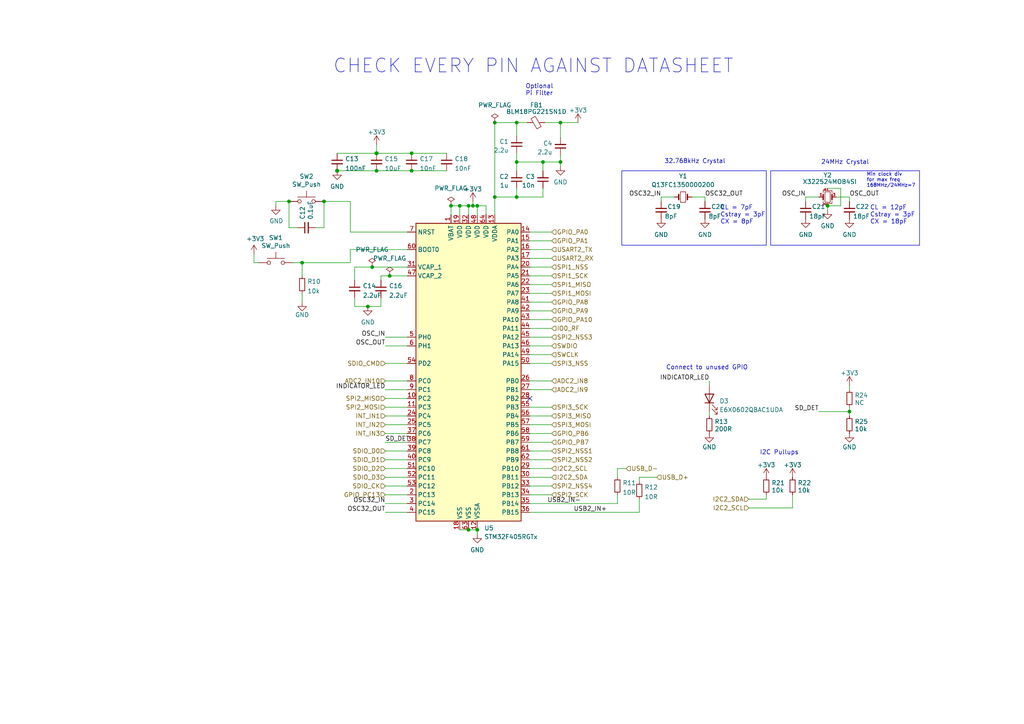
<source format=kicad_sch>
(kicad_sch (version 20230121) (generator eeschema)
  (paper "A4")
  (lib_symbols
    (symbol "Device:C_Small" (pin_numbers hide) (pin_names (offset 0.254) hide)
      (property "Reference" "C" (at 0.254 1.778 0))
      (property "Value" "C_Small" (at 0.254 -2.032 0))
      (symbol "C_Small_0_1"
        (polyline (pts (xy -1.524 -0.508) (xy 1.524 -0.508)) (stroke (width 0.3302)))
        (polyline (pts (xy -1.524 0.508) (xy 1.524 0.508)) (stroke (width 0.3048)))
      )
      (symbol "C_Small_1_1"
        (pin passive line (at 0 2.54 270) (length 2.032) (name "~") (number "1"))
        (pin passive line (at 0 -2.54 90) (length 2.032) (name "~") (number "2"))
      )
    )
    (symbol "Device:Crystal_GND24_Small" (pin_names (offset 1.016) hide)
      (property "Reference" "Y" (at 1.27 4.445 0))
      (property "Value" "Crystal_GND24_Small" (at 1.27 2.54 0))
      (symbol "Crystal_GND24_Small_0_1"
        (rectangle (start -0.762 -1.524) (end 0.762 1.524))
        (polyline (pts (xy -1.27 -0.762) (xy -1.27 0.762)) (stroke (width 0.381)))
        (polyline (pts (xy 1.27 -0.762) (xy 1.27 0.762)) (stroke (width 0.381)))
        (polyline (pts (xy -1.27 -1.27) (xy -1.27 -1.905) (xy 1.27 -1.905) (xy 1.27 -1.27)))
        (polyline (pts (xy -1.27 1.27) (xy -1.27 1.905) (xy 1.27 1.905) (xy 1.27 1.27)))
      )
      (symbol "Crystal_GND24_Small_1_1"
        (pin passive line (at -2.54 0 0) (length 1.27) (name "1") (number "1"))
        (pin passive line (at 0 -2.54 90) (length 0.635) (name "2") (number "2"))
        (pin passive line (at 2.54 0 180) (length 1.27) (name "3") (number "3"))
        (pin passive line (at 0 2.54 270) (length 0.635) (name "4") (number "4"))
      )
    )
    (symbol "Device:Crystal_Small" (pin_numbers hide) (pin_names (offset 1.016) hide)
      (property "Reference" "Y" (at 0 2.54 0))
      (property "Value" "Crystal_Small" (at 0 -2.54 0))
      (symbol "Crystal_Small_0_1"
        (rectangle (start -0.762 -1.524) (end 0.762 1.524))
        (polyline (pts (xy -1.27 -0.762) (xy -1.27 0.762)) (stroke (width 0.381)))
        (polyline (pts (xy 1.27 -0.762) (xy 1.27 0.762)) (stroke (width 0.381)))
      )
      (symbol "Crystal_Small_1_1"
        (pin passive line (at -2.54 0 0) (length 1.27) (name "1") (number "1"))
        (pin passive line (at 2.54 0 180) (length 1.27) (name "2") (number "2"))
      )
    )
    (symbol "Device:FerriteBead_Small" (pin_numbers hide) (pin_names (offset 0))
      (property "Reference" "FB" (at 1.905 1.27 0))
      (property "Value" "FerriteBead_Small" (at 1.905 -1.27 0))
      (symbol "FerriteBead_Small_0_1"
        (polyline (pts (xy 0 -1.27) (xy 0 -0.7874)))
        (polyline (pts (xy 0 0.889) (xy 0 1.2954)))
        (polyline (pts (xy -1.8288 0.2794) (xy -1.1176 1.4986) (xy 1.8288 -0.2032) (xy 1.1176 -1.4224) (xy -1.8288 0.2794)))
      )
      (symbol "FerriteBead_Small_1_1"
        (pin passive line (at 0 2.54 270) (length 1.27) (name "~") (number "1"))
        (pin passive line (at 0 -2.54 90) (length 1.27) (name "~") (number "2"))
      )
    )
    (symbol "Device:LED" (pin_numbers hide) (pin_names (offset 1.016) hide)
      (property "Reference" "D" (at 0 2.54 0))
      (property "Value" "LED" (at 0 -2.54 0))
      (symbol "LED_0_1"
        (polyline (pts (xy -1.27 -1.27) (xy -1.27 1.27)) (stroke (width 0.254)))
        (polyline (pts (xy -1.27 0) (xy 1.27 0)))
        (polyline (pts (xy 1.27 -1.27) (xy 1.27 1.27) (xy -1.27 0) (xy 1.27 -1.27)) (stroke (width 0.254)))
        (polyline (pts (xy -3.048 -0.762) (xy -4.572 -2.286) (xy -3.81 -2.286) (xy -4.572 -2.286) (xy -4.572 -1.524)))
        (polyline (pts (xy -1.778 -0.762) (xy -3.302 -2.286) (xy -2.54 -2.286) (xy -3.302 -2.286) (xy -3.302 -1.524)))
      )
      (symbol "LED_1_1"
        (pin passive line (at -3.81 0 0) (length 2.54) (name "K") (number "1"))
        (pin passive line (at 3.81 0 180) (length 2.54) (name "A") (number "2"))
      )
    )
    (symbol "Device:R_Small" (pin_numbers hide) (pin_names (offset 0.254) hide)
      (property "Reference" "R" (at 0.762 0.508 0))
      (property "Value" "R_Small" (at 0.762 -1.016 0))
      (symbol "R_Small_0_1"
        (rectangle (start -0.762 1.778) (end 0.762 -1.778) (stroke (width 0.2032)))
      )
      (symbol "R_Small_1_1"
        (pin passive line (at 0 2.54 270) (length 0.762) (name "~") (number "1"))
        (pin passive line (at 0 -2.54 90) (length 0.762) (name "~") (number "2"))
      )
    )
    (symbol "MCU_ST_STM32F4:STM32F405RGTx"
      (property "Reference" "U" (at -15.24 44.45 0))
      (property "Value" "STM32F405RGTx" (at 10.16 44.45 0))
      (symbol "STM32F405RGTx_0_1"
        (rectangle (start -15.24 -43.18) (end 15.24 43.18) (stroke (width 0.254)) (fill (type background)))
      )
      (symbol "STM32F405RGTx_1_1"
        (pin power_in line (at -5.08 45.72 270) (length 2.54) (name "VBAT") (number "1"))
        (pin bidirectional line (at -17.78 -7.62 0) (length 2.54) (name "PC2") (number "10"))
        (pin bidirectional line (at -17.78 -10.16 0) (length 2.54) (name "PC3") (number "11"))
        (pin power_in line (at 2.54 -45.72 90) (length 2.54) (name "VSSA") (number "12"))
        (pin power_in line (at 7.62 45.72 270) (length 2.54) (name "VDDA") (number "13"))
        (pin bidirectional line (at 17.78 40.64 180) (length 2.54) (name "PA0") (number "14"))
        (pin bidirectional line (at 17.78 38.1 180) (length 2.54) (name "PA1") (number "15"))
        (pin bidirectional line (at 17.78 35.56 180) (length 2.54) (name "PA2") (number "16"))
        (pin bidirectional line (at 17.78 33.02 180) (length 2.54) (name "PA3") (number "17"))
        (pin power_in line (at -2.54 -45.72 90) (length 2.54) (name "VSS") (number "18"))
        (pin power_in line (at -2.54 45.72 270) (length 2.54) (name "VDD") (number "19"))
        (pin bidirectional line (at -17.78 -35.56 0) (length 2.54) (name "PC13") (number "2"))
        (pin bidirectional line (at 17.78 30.48 180) (length 2.54) (name "PA4") (number "20"))
        (pin bidirectional line (at 17.78 27.94 180) (length 2.54) (name "PA5") (number "21"))
        (pin bidirectional line (at 17.78 25.4 180) (length 2.54) (name "PA6") (number "22"))
        (pin bidirectional line (at 17.78 22.86 180) (length 2.54) (name "PA7") (number "23"))
        (pin bidirectional line (at -17.78 -12.7 0) (length 2.54) (name "PC4") (number "24"))
        (pin bidirectional line (at -17.78 -15.24 0) (length 2.54) (name "PC5") (number "25"))
        (pin bidirectional line (at 17.78 -2.54 180) (length 2.54) (name "PB0") (number "26"))
        (pin bidirectional line (at 17.78 -5.08 180) (length 2.54) (name "PB1") (number "27"))
        (pin bidirectional line (at 17.78 -7.62 180) (length 2.54) (name "PB2") (number "28"))
        (pin bidirectional line (at 17.78 -27.94 180) (length 2.54) (name "PB10") (number "29"))
        (pin bidirectional line (at -17.78 -38.1 0) (length 2.54) (name "PC14") (number "3"))
        (pin bidirectional line (at 17.78 -30.48 180) (length 2.54) (name "PB11") (number "30"))
        (pin power_in line (at -17.78 30.48 0) (length 2.54) (name "VCAP_1") (number "31"))
        (pin power_in line (at 0 45.72 270) (length 2.54) (name "VDD") (number "32"))
        (pin bidirectional line (at 17.78 -33.02 180) (length 2.54) (name "PB12") (number "33"))
        (pin bidirectional line (at 17.78 -35.56 180) (length 2.54) (name "PB13") (number "34"))
        (pin bidirectional line (at 17.78 -38.1 180) (length 2.54) (name "PB14") (number "35"))
        (pin bidirectional line (at 17.78 -40.64 180) (length 2.54) (name "PB15") (number "36"))
        (pin bidirectional line (at -17.78 -17.78 0) (length 2.54) (name "PC6") (number "37"))
        (pin bidirectional line (at -17.78 -20.32 0) (length 2.54) (name "PC7") (number "38"))
        (pin bidirectional line (at -17.78 -22.86 0) (length 2.54) (name "PC8") (number "39"))
        (pin bidirectional line (at -17.78 -40.64 0) (length 2.54) (name "PC15") (number "4"))
        (pin bidirectional line (at -17.78 -25.4 0) (length 2.54) (name "PC9") (number "40"))
        (pin bidirectional line (at 17.78 20.32 180) (length 2.54) (name "PA8") (number "41"))
        (pin bidirectional line (at 17.78 17.78 180) (length 2.54) (name "PA9") (number "42"))
        (pin bidirectional line (at 17.78 15.24 180) (length 2.54) (name "PA10") (number "43"))
        (pin bidirectional line (at 17.78 12.7 180) (length 2.54) (name "PA11") (number "44"))
        (pin bidirectional line (at 17.78 10.16 180) (length 2.54) (name "PA12") (number "45"))
        (pin bidirectional line (at 17.78 7.62 180) (length 2.54) (name "PA13") (number "46"))
        (pin power_in line (at -17.78 27.94 0) (length 2.54) (name "VCAP_2") (number "47"))
        (pin power_in line (at 2.54 45.72 270) (length 2.54) (name "VDD") (number "48"))
        (pin bidirectional line (at 17.78 5.08 180) (length 2.54) (name "PA14") (number "49"))
        (pin input line (at -17.78 10.16 0) (length 2.54) (name "PH0") (number "5"))
        (pin bidirectional line (at 17.78 2.54 180) (length 2.54) (name "PA15") (number "50"))
        (pin bidirectional line (at -17.78 -27.94 0) (length 2.54) (name "PC10") (number "51"))
        (pin bidirectional line (at -17.78 -30.48 0) (length 2.54) (name "PC11") (number "52"))
        (pin bidirectional line (at -17.78 -33.02 0) (length 2.54) (name "PC12") (number "53"))
        (pin bidirectional line (at -17.78 2.54 0) (length 2.54) (name "PD2") (number "54"))
        (pin bidirectional line (at 17.78 -10.16 180) (length 2.54) (name "PB3") (number "55"))
        (pin bidirectional line (at 17.78 -12.7 180) (length 2.54) (name "PB4") (number "56"))
        (pin bidirectional line (at 17.78 -15.24 180) (length 2.54) (name "PB5") (number "57"))
        (pin bidirectional line (at 17.78 -17.78 180) (length 2.54) (name "PB6") (number "58"))
        (pin bidirectional line (at 17.78 -20.32 180) (length 2.54) (name "PB7") (number "59"))
        (pin input line (at -17.78 7.62 0) (length 2.54) (name "PH1") (number "6"))
        (pin input line (at -17.78 35.56 0) (length 2.54) (name "BOOT0") (number "60"))
        (pin bidirectional line (at 17.78 -22.86 180) (length 2.54) (name "PB8") (number "61"))
        (pin bidirectional line (at 17.78 -25.4 180) (length 2.54) (name "PB9") (number "62"))
        (pin power_in line (at 0 -45.72 90) (length 2.54) (name "VSS") (number "63"))
        (pin power_in line (at 5.08 45.72 270) (length 2.54) (name "VDD") (number "64"))
        (pin input line (at -17.78 40.64 0) (length 2.54) (name "NRST") (number "7"))
        (pin bidirectional line (at -17.78 -2.54 0) (length 2.54) (name "PC0") (number "8"))
        (pin bidirectional line (at -17.78 -5.08 0) (length 2.54) (name "PC1") (number "9"))
      )
    )
    (symbol "Nebula-rescue:+3.3V-power-H7_FlightComputer-rescue" (power) (pin_names (offset 0))
      (property "Value" "+3.3V-power-H7_FlightComputer-rescue" (at 0 3.556 0))
      (symbol "+3.3V-power-H7_FlightComputer-rescue_0_1"
        (polyline (pts (xy -0.762 1.27) (xy 0 2.54)))
        (polyline (pts (xy 0 0) (xy 0 2.54)))
        (polyline (pts (xy 0 2.54) (xy 0.762 1.27)))
      )
      (symbol "+3.3V-power-H7_FlightComputer-rescue_1_1"
        (pin power_in line (at 0 0 90) (length 0) hide (name "+3V3") (number "1"))
      )
    )
    (symbol "Nebula-rescue:C_Small-Device-H7_FlightComputer-rescue" (pin_numbers hide) (pin_names (offset 0.254) hide)
      (property "Reference" "C" (at 0.254 1.778 0))
      (property "Value" "C_Small-Device-H7_FlightComputer-rescue" (at 0.254 -2.032 0))
      (symbol "C_Small-Device-H7_FlightComputer-rescue_0_1"
        (polyline (pts (xy -1.524 -0.508) (xy 1.524 -0.508)) (stroke (width 0.3302)))
        (polyline (pts (xy -1.524 0.508) (xy 1.524 0.508)) (stroke (width 0.3048)))
      )
      (symbol "C_Small-Device-H7_FlightComputer-rescue_1_1"
        (pin passive line (at 0 2.54 270) (length 2.032) (name "~") (number "1"))
        (pin passive line (at 0 -2.54 90) (length 2.032) (name "~") (number "2"))
      )
    )
    (symbol "Nebula-rescue:GND-power-H7_FlightComputer-rescue" (power) (pin_names (offset 0))
      (property "Value" "GND-power-H7_FlightComputer-rescue" (at 0 -3.81 0))
      (symbol "GND-power-H7_FlightComputer-rescue_0_1"
        (polyline (pts (xy 0 0) (xy 0 -1.27) (xy 1.27 -1.27) (xy 0 -2.54) (xy -1.27 -1.27) (xy 0 -1.27)))
      )
      (symbol "GND-power-H7_FlightComputer-rescue_1_1"
        (pin power_in line (at 0 0 270) (length 0) hide (name "GND") (number "1"))
      )
    )
    (symbol "Nebula-rescue:SW_Push-Switch-H7_FlightComputer-rescue" (pin_numbers hide) (pin_names (offset 1.016) hide)
      (property "Reference" "SW" (at 1.27 2.54 0))
      (property "Value" "SW_Push-Switch-H7_FlightComputer-rescue" (at 0 -1.524 0))
      (symbol "SW_Push-Switch-H7_FlightComputer-rescue_0_1"
        (circle (center -2.032 0) (radius 0.508))
        (polyline (pts (xy 0 1.27) (xy 0 3.048)))
        (polyline (pts (xy 2.54 1.27) (xy -2.54 1.27)))
        (circle (center 2.032 0) (radius 0.508))
        (pin passive line (at -5.08 0 0) (length 2.54) (name "1") (number "1"))
        (pin passive line (at 5.08 0 180) (length 2.54) (name "2") (number "2"))
      )
    )
    (symbol "power:+3.3V" (power) (pin_names (offset 0))
      (property "Value" "+3.3V" (at 0 3.556 0))
      (symbol "+3.3V_0_1"
        (polyline (pts (xy -0.762 1.27) (xy 0 2.54)))
        (polyline (pts (xy 0 0) (xy 0 2.54)))
        (polyline (pts (xy 0 2.54) (xy 0.762 1.27)))
      )
      (symbol "+3.3V_1_1"
        (pin power_in line (at 0 0 90) (length 0) hide (name "+3V3") (number "1"))
      )
    )
    (symbol "power:GND" (power) (pin_names (offset 0))
      (property "Value" "GND" (at 0 -3.81 0))
      (symbol "GND_0_1"
        (polyline (pts (xy 0 0) (xy 0 -1.27) (xy 1.27 -1.27) (xy 0 -2.54) (xy -1.27 -1.27) (xy 0 -1.27)))
      )
      (symbol "GND_1_1"
        (pin power_in line (at 0 0 270) (length 0) hide (name "GND") (number "1"))
      )
    )
    (symbol "power:PWR_FLAG" (power) (pin_numbers hide) (pin_names (offset 0) hide)
      (property "Value" "PWR_FLAG" (at 0 3.81 0))
      (symbol "PWR_FLAG_0_0"
        (pin power_out line (at 0 0 90) (length 0) (name "pwr") (number "1"))
      )
      (symbol "PWR_FLAG_0_1"
        (polyline (pts (xy 0 0) (xy 0 1.27) (xy -1.016 1.905) (xy 0 2.54) (xy 1.016 1.905) (xy 0 1.27)))
      )
    )
  )
  (junction (at 157.48 46.99))
  (junction (at 138.43 153.67))
  (junction (at 109.22 49.53))
  (junction (at 109.22 44.45) (diameter 1.016))
  (junction (at 240.03 59.69))
  (junction (at 107.95 77.47))
  (junction (at 149.86 35.56))
  (junction (at 83.82 58.42))
  (junction (at 87.63 76.2))
  (junction (at 135.89 59.69))
  (junction (at 106.68 88.9))
  (junction (at 137.16 59.69))
  (junction (at 130.81 59.69))
  (junction (at 119.38 49.53))
  (junction (at 97.79 49.53) (diameter 1.016))
  (junction (at 119.38 44.45))
  (junction (at 133.35 59.69))
  (junction (at 135.89 153.67))
  (junction (at 93.98 58.42))
  (junction (at 149.86 46.99))
  (junction (at 143.51 35.56))
  (junction (at 162.56 46.99))
  (junction (at 143.51 57.15))
  (junction (at 113.03 80.01))
  (junction (at 162.56 35.56))
  (junction (at 246.38 119.38))
  (junction (at 138.43 59.69))
  (junction (at 149.86 57.15))
  (no_connect (at 153.67 115.57))
  (wire (pts (xy 149.86 35.56) (xy 152.908 35.56)))
  (wire (pts (xy 153.67 80.01) (xy 160.02 80.01)))
  (wire (pts (xy 111.76 100.33) (xy 118.11 100.33)))
  (wire (pts (xy 162.56 35.56) (xy 157.988 35.56)))
  (wire (pts (xy 111.76 110.49) (xy 118.11 110.49)))
  (wire (pts (xy 86.36 66.04) (xy 83.82 66.04)))
  (wire (pts (xy 113.03 80.01) (xy 110.49 80.01)))
  (wire (pts (xy 111.76 105.41) (xy 118.11 105.41)))
  (wire (pts (xy 110.49 86.36) (xy 110.49 88.9)))
  (wire (pts (xy 118.11 77.47) (xy 107.95 77.47)))
  (wire (pts (xy 157.48 57.15) (xy 157.48 54.61)))
  (wire (pts (xy 130.81 62.23) (xy 130.81 59.69)))
  (wire (pts (xy 111.76 97.79) (xy 118.11 97.79)))
  (wire (pts (xy 246.38 57.15) (xy 246.38 58.42)))
  (wire (pts (xy 102.87 88.9) (xy 106.68 88.9)))
  (wire (pts (xy 111.76 140.97) (xy 118.11 140.97)))
  (wire (pts (xy 153.67 148.59) (xy 185.42 148.59)))
  (wire (pts (xy 246.38 119.38) (xy 246.38 120.65)))
  (wire (pts (xy 205.74 119.38) (xy 205.74 120.65)))
  (wire (pts (xy 185.42 144.78) (xy 185.42 148.59)))
  (wire (pts (xy 153.67 90.17) (xy 160.02 90.17)))
  (wire (pts (xy 153.67 97.79) (xy 160.02 97.79)))
  (wire (pts (xy 135.89 59.69) (xy 137.16 59.69)))
  (wire (pts (xy 153.67 100.33) (xy 160.02 100.33)))
  (wire (pts (xy 153.67 120.65) (xy 160.02 120.65)))
  (wire (pts (xy 233.68 57.15) (xy 237.49 57.15)))
  (wire (pts (xy 153.67 87.63) (xy 160.02 87.63)))
  (polyline (pts (xy 180.34 49.53) (xy 222.25 49.53)))
  (wire (pts (xy 137.16 59.69) (xy 138.43 59.69)))
  (wire (pts (xy 153.67 95.25) (xy 160.02 95.25)))
  (wire (pts (xy 179.07 146.05) (xy 153.67 146.05)))
  (wire (pts (xy 93.98 66.04) (xy 93.98 58.42)))
  (wire (pts (xy 118.11 80.01) (xy 113.03 80.01)))
  (wire (pts (xy 185.42 139.7) (xy 185.42 138.43)))
  (wire (pts (xy 101.6 58.42) (xy 101.6 67.31)))
  (wire (pts (xy 149.86 57.15) (xy 143.51 57.15)))
  (wire (pts (xy 85.09 76.2) (xy 87.63 76.2)))
  (wire (pts (xy 87.63 85.09) (xy 87.63 87.63)))
  (wire (pts (xy 119.38 49.53) (xy 129.54 49.53)))
  (wire (pts (xy 111.76 125.73) (xy 118.11 125.73)))
  (wire (pts (xy 217.17 147.32) (xy 229.87 147.32)))
  (polyline (pts (xy 223.52 49.53) (xy 266.7 49.53)))
  (polyline (pts (xy 223.52 49.53) (xy 223.52 71.12)))
  (wire (pts (xy 110.49 80.01) (xy 110.49 81.28)))
  (wire (pts (xy 87.63 76.2) (xy 101.6 76.2)))
  (polyline (pts (xy 222.25 49.53) (xy 222.25 71.12)))
  (wire (pts (xy 73.66 76.2) (xy 74.93 76.2)))
  (wire (pts (xy 153.67 69.85) (xy 160.02 69.85)))
  (wire (pts (xy 153.67 143.51) (xy 160.02 143.51)))
  (wire (pts (xy 153.67 92.71) (xy 160.02 92.71)))
  (wire (pts (xy 242.57 57.15) (xy 246.38 57.15)))
  (wire (pts (xy 162.56 44.958) (xy 162.56 46.99)))
  (wire (pts (xy 153.67 102.87) (xy 160.02 102.87)))
  (wire (pts (xy 149.86 57.15) (xy 157.48 57.15)))
  (wire (pts (xy 97.79 49.53) (xy 109.22 49.53)))
  (wire (pts (xy 153.67 118.11) (xy 160.02 118.11)))
  (wire (pts (xy 153.67 72.39) (xy 160.02 72.39)))
  (wire (pts (xy 243.84 59.69) (xy 240.03 59.69)))
  (polyline (pts (xy 180.34 49.53) (xy 180.34 71.12)))
  (wire (pts (xy 153.67 67.31) (xy 160.02 67.31)))
  (wire (pts (xy 240.03 54.61) (xy 243.84 54.61)))
  (wire (pts (xy 246.38 118.11) (xy 246.38 119.38)))
  (wire (pts (xy 73.66 73.66) (xy 73.66 76.2)))
  (wire (pts (xy 130.81 59.69) (xy 133.35 59.69)))
  (wire (pts (xy 138.43 153.67) (xy 138.43 154.94)))
  (wire (pts (xy 111.76 138.43) (xy 118.11 138.43)))
  (wire (pts (xy 153.67 113.03) (xy 160.02 113.03)))
  (wire (pts (xy 149.86 35.56) (xy 149.86 39.37)))
  (wire (pts (xy 109.22 44.45) (xy 119.38 44.45)))
  (wire (pts (xy 153.67 135.89) (xy 160.02 135.89)))
  (wire (pts (xy 119.38 44.45) (xy 129.54 44.45)))
  (polyline (pts (xy 222.25 71.12) (xy 180.34 71.12)))
  (wire (pts (xy 179.07 135.89) (xy 181.61 135.89)))
  (wire (pts (xy 93.98 58.42) (xy 101.6 58.42)))
  (wire (pts (xy 153.67 110.49) (xy 160.02 110.49)))
  (wire (pts (xy 246.38 111.76) (xy 246.38 113.03)))
  (wire (pts (xy 111.76 113.03) (xy 118.11 113.03)))
  (wire (pts (xy 140.97 59.69) (xy 140.97 62.23)))
  (wire (pts (xy 153.67 130.81) (xy 160.02 130.81)))
  (wire (pts (xy 149.86 46.99) (xy 157.48 46.99)))
  (wire (pts (xy 157.48 46.99) (xy 162.56 46.99)))
  (wire (pts (xy 153.67 123.19) (xy 160.02 123.19)))
  (wire (pts (xy 101.6 72.39) (xy 118.11 72.39)))
  (wire (pts (xy 135.89 59.69) (xy 135.89 62.23)))
  (wire (pts (xy 153.67 82.55) (xy 160.02 82.55)))
  (wire (pts (xy 80.01 58.42) (xy 83.82 58.42)))
  (wire (pts (xy 143.51 57.15) (xy 143.51 62.23)))
  (wire (pts (xy 111.76 115.57) (xy 118.11 115.57)))
  (wire (pts (xy 149.86 54.61) (xy 149.86 57.15)))
  (wire (pts (xy 133.35 62.23) (xy 133.35 59.69)))
  (wire (pts (xy 149.86 46.99) (xy 149.86 49.53)))
  (wire (pts (xy 243.84 54.61) (xy 243.84 59.69)))
  (wire (pts (xy 111.76 148.59) (xy 118.11 148.59)))
  (wire (pts (xy 111.76 143.51) (xy 118.11 143.51)))
  (polyline (pts (xy 266.7 49.53) (xy 266.7 71.12)))
  (wire (pts (xy 111.76 123.19) (xy 118.11 123.19)))
  (wire (pts (xy 138.43 59.69) (xy 140.97 59.69)))
  (wire (pts (xy 191.77 57.15) (xy 191.77 58.42)))
  (wire (pts (xy 237.49 119.38) (xy 246.38 119.38)))
  (wire (pts (xy 111.76 146.05) (xy 118.11 146.05)))
  (wire (pts (xy 217.17 144.78) (xy 222.25 144.78)))
  (wire (pts (xy 153.67 105.41) (xy 160.02 105.41)))
  (wire (pts (xy 143.51 35.56) (xy 149.86 35.56)))
  (wire (pts (xy 133.35 153.67) (xy 135.89 153.67)))
  (wire (pts (xy 83.82 66.04) (xy 83.82 58.42)))
  (wire (pts (xy 185.42 138.43) (xy 190.5 138.43)))
  (wire (pts (xy 153.67 140.97) (xy 160.02 140.97)))
  (wire (pts (xy 97.79 44.45) (xy 109.22 44.45)))
  (wire (pts (xy 101.6 67.31) (xy 118.11 67.31)))
  (wire (pts (xy 80.01 58.42) (xy 80.01 59.69)))
  (wire (pts (xy 191.77 57.15) (xy 195.58 57.15)))
  (wire (pts (xy 153.67 77.47) (xy 160.02 77.47)))
  (wire (pts (xy 222.25 144.78) (xy 222.25 143.51)))
  (wire (pts (xy 162.56 35.56) (xy 162.56 39.878)))
  (wire (pts (xy 229.87 147.32) (xy 229.87 143.51)))
  (wire (pts (xy 87.63 76.2) (xy 87.63 80.01)))
  (wire (pts (xy 153.67 85.09) (xy 160.02 85.09)))
  (wire (pts (xy 204.47 57.15) (xy 204.47 58.42)))
  (wire (pts (xy 91.44 66.04) (xy 93.98 66.04)))
  (wire (pts (xy 200.66 57.15) (xy 204.47 57.15)))
  (wire (pts (xy 157.48 46.99) (xy 157.48 49.53)))
  (wire (pts (xy 102.87 77.47) (xy 102.87 81.28)))
  (wire (pts (xy 111.76 130.81) (xy 118.11 130.81)))
  (wire (pts (xy 153.67 138.43) (xy 160.02 138.43)))
  (wire (pts (xy 109.22 41.91) (xy 109.22 44.45)))
  (wire (pts (xy 109.22 49.53) (xy 119.38 49.53)))
  (wire (pts (xy 205.74 110.49) (xy 205.74 111.76)))
  (wire (pts (xy 153.67 128.27) (xy 160.02 128.27)))
  (wire (pts (xy 137.16 58.42) (xy 137.16 59.69)))
  (wire (pts (xy 149.86 44.45) (xy 149.86 46.99)))
  (wire (pts (xy 101.6 76.2) (xy 101.6 72.39)))
  (wire (pts (xy 111.76 128.27) (xy 118.11 128.27)))
  (wire (pts (xy 162.56 46.99) (xy 162.56 48.26)))
  (wire (pts (xy 179.07 138.43) (xy 179.07 135.89)))
  (wire (pts (xy 110.49 88.9) (xy 106.68 88.9)))
  (wire (pts (xy 138.43 59.69) (xy 138.43 62.23)))
  (wire (pts (xy 153.67 74.93) (xy 160.02 74.93)))
  (wire (pts (xy 133.35 59.69) (xy 135.89 59.69)))
  (wire (pts (xy 135.89 153.67) (xy 138.43 153.67)))
  (polyline (pts (xy 266.7 71.12) (xy 223.52 71.12)))
  (wire (pts (xy 153.67 125.73) (xy 160.02 125.73)))
  (wire (pts (xy 111.76 118.11) (xy 118.11 118.11)))
  (wire (pts (xy 102.87 86.36) (xy 102.87 88.9)))
  (wire (pts (xy 107.95 77.47) (xy 102.87 77.47)))
  (wire (pts (xy 162.56 35.56) (xy 167.64 35.56)))
  (wire (pts (xy 111.76 133.35) (xy 118.11 133.35)))
  (wire (pts (xy 240.03 59.69) (xy 240.03 60.96)))
  (wire (pts (xy 143.51 35.56) (xy 143.51 57.15)))
  (wire (pts (xy 111.76 135.89) (xy 118.11 135.89)))
  (wire (pts (xy 179.07 143.51) (xy 179.07 146.05)))
  (wire (pts (xy 111.76 120.65) (xy 118.11 120.65)))
  (wire (pts (xy 233.68 57.15) (xy 233.68 58.42)))
  (wire (pts (xy 153.67 133.35) (xy 160.02 133.35)))
  (text "Connect to unused GPIO" (at 193.167 107.442 0) (effects (font (size 1.27 1.27)) (justify left bottom)))
  (text "24MHz Crystal" (at 238.125 47.879 0) (effects (font (size 1.27 1.27)) (justify left bottom)))
  (text "CL = 7pF\nCstray = 3pF\nCX = 8pF" (at 208.915 65.151 0) (effects (font (size 1.27 1.27)) (justify left bottom)))
  (text "32.768kHz Crystal" (at 192.659 47.625 0) (effects (font (size 1.27 1.27)) (justify left bottom)))
  (text "I2C Pullups" (at 220.345 132.08 0) (effects (font (size 1.27 1.27)) (justify left bottom)))
  (text "CHECK EVERY PIN AGAINST DATASHEET" (at 96.52 21.59 0) (effects (font (size 4 4)) (justify left bottom)))
  (text "CL = 12pF\nCstray = 3pF\nCX = 18pF" (at 252.349 65.151 0) (effects (font (size 1.27 1.27)) (justify left bottom)))
  (text "Optional\nPi Filter" (at 152.4 27.94 0) (effects (font (size 1.27 1.27)) (justify left bottom)))
  (text "Min clock div\nfor max freq\n168MHz/24MHz=7" (at 251.333 54.483 0) (effects (font (size 1 1)) (justify left bottom)))
  (label "OSC_IN" (at 111.76 97.79 180))
  (label "OSC32_IN" (at 191.77 57.15 180))
  (label "OSC_OUT" (at 111.76 100.33 180))
  (label "OSC32_OUT" (at 111.76 148.59 180))
  (label "INDICATOR_LED" (at 205.74 110.49 180))
  (label "USB2_IN+" (at 166.37 148.59 0))
  (label "OSC_OUT" (at 246.38 57.15 0))
  (label "OSC32_IN" (at 111.76 146.05 180))
  (label "OSC_IN" (at 233.68 57.15 180))
  (label "SD_DET" (at 237.49 119.38 180))
  (label "INDICATOR_LED" (at 111.76 113.03 180))
  (label "SD_DET" (at 111.76 128.27 0))
  (label "USB2_IN-" (at 158.75 146.05 0))
  (label "OSC32_OUT" (at 204.47 57.15 0))
  (hierarchical_label "I2C2_SCL" (shape input) (at 217.17 147.32 180))
  (hierarchical_label "SPI1_MISO" (shape input) (at 160.02 82.55 0))
  (hierarchical_label "ADC2_IN8" (shape input) (at 160.02 110.49 0))
  (hierarchical_label "GPIO_PC13" (shape input) (at 111.76 143.51 180))
  (hierarchical_label "SPI3_SCK" (shape input) (at 160.02 118.11 0))
  (hierarchical_label "I2C2_SCL" (shape input) (at 160.02 135.89 0))
  (hierarchical_label "SPI2_MOSI" (shape input) (at 111.76 118.11 180))
  (hierarchical_label "SPI2_NSS1" (shape input) (at 160.02 130.81 0))
  (hierarchical_label "GPIO_PA8" (shape input) (at 160.02 87.63 0))
  (hierarchical_label "I2C2_SDA" (shape input) (at 217.17 144.78 180))
  (hierarchical_label "SWCLK" (shape input) (at 160.02 102.87 0))
  (hierarchical_label "USB_D+" (shape input) (at 190.5 138.43 0))
  (hierarchical_label "GPIO_PB7" (shape input) (at 160.02 128.27 0))
  (hierarchical_label "SPI1_MOSI" (shape input) (at 160.02 85.09 0))
  (hierarchical_label "SDIO_D1" (shape input) (at 111.76 133.35 180))
  (hierarchical_label "SPI2_NSS3" (shape input) (at 160.02 97.79 0))
  (hierarchical_label "SDIO_D0" (shape input) (at 111.76 130.81 180))
  (hierarchical_label "SPI3_MOSI" (shape input) (at 160.02 123.19 0))
  (hierarchical_label "ADC2_IN9" (shape input) (at 160.02 113.03 0))
  (hierarchical_label "SPI3_NSS" (shape input) (at 160.02 105.41 0))
  (hierarchical_label "GPIO_PA0" (shape input) (at 160.02 67.31 0))
  (hierarchical_label "SDIO_CMD" (shape input) (at 111.76 105.41 180))
  (hierarchical_label "SPI3_MISO" (shape input) (at 160.02 120.65 0))
  (hierarchical_label "SPI2_MISO" (shape input) (at 111.76 115.57 180))
  (hierarchical_label "SPI2_NSS4" (shape input) (at 160.02 140.97 0))
  (hierarchical_label "INT_IN2" (shape input) (at 111.76 123.19 180))
  (hierarchical_label "SWDIO" (shape input) (at 160.02 100.33 0))
  (hierarchical_label "INT_IN3" (shape input) (at 111.76 125.73 180))
  (hierarchical_label "GPIO_PA9" (shape input) (at 160.02 90.17 0))
  (hierarchical_label "INT_IN1" (shape input) (at 111.76 120.65 180))
  (hierarchical_label "I2C2_SDA" (shape input) (at 160.02 138.43 0))
  (hierarchical_label "SDIO_D3" (shape input) (at 111.76 138.43 180))
  (hierarchical_label "SDIO_CK" (shape input) (at 111.76 140.97 180))
  (hierarchical_label "GPIO_PA10" (shape input) (at 160.02 92.71 0))
  (hierarchical_label "SPI1_NSS" (shape input) (at 160.02 77.47 0))
  (hierarchical_label "SDIO_D2" (shape input) (at 111.76 135.89 180))
  (hierarchical_label "ADC2_IN10" (shape input) (at 111.76 110.49 180))
  (hierarchical_label "SPI2_NSS2" (shape input) (at 160.02 133.35 0))
  (hierarchical_label "GPIO_PB6" (shape input) (at 160.02 125.73 0))
  (hierarchical_label "USB_D-" (shape input) (at 181.61 135.89 0))
  (hierarchical_label "IO0_RF" (shape input) (at 160.02 95.25 0))
  (hierarchical_label "SPI1_SCK" (shape input) (at 160.02 80.01 0))
  (hierarchical_label "GPIO_PA1" (shape input) (at 160.02 69.85 0))
  (hierarchical_label "USART2_RX" (shape input) (at 160.02 74.93 0))
  (hierarchical_label "USART2_TX" (shape input) (at 160.02 72.39 0))
  (hierarchical_label "SPI2_SCK" (shape input) (at 160.02 143.51 0))
  (symbol (lib_id "Nebula-rescue:SW_Push-Switch-H7_FlightComputer-rescue") (at 88.9 58.42 0) (unit 1)
    (property "Reference" "SW2" (at 88.9 51.181 0))
    (property "Value" "SW_Push" (at 88.9 53.4924 0))
    (property "Footprint" "Button_Switch_SMD:SW_Push_SPST_NO_Alps_SKRK" (effects hide))
  )
  (symbol (lib_id "Device:Crystal_Small") (at 198.12 57.15 0) (unit 1)
    (property "Reference" "Y1" (at 198.12 51.054 0))
    (property "Value" "Q13FC1350000200" (at 198.12 53.594 0))
    (property "Footprint" "Crystal:Crystal_SMD_3215-2Pin_3.2x1.5mm" (effects hide))
    (property "Datasheet" "https://datasheet.lcsc.com/lcsc/1811081213_Seiko-Epson-Q13FC1350000200_C48615.pdf" (effects hide))
    (property "LCSC#" "C48615" (effects hide))
  )
  (symbol (lib_id "Nebula-rescue:GND-power-H7_FlightComputer-rescue") (at 87.63 87.63 0) (unit 1)
    (property "Reference" "#PWR0136" (effects hide))
    (property "Value" "GND" (at 87.63 91.313 0))
  )
  (symbol (lib_id "power:GND") (at 205.74 125.73 0) (unit 1)
    (property "Reference" "#PWR0138" (effects hide))
    (property "Value" "GND" (at 205.74 129.6576 0))
  )
  (symbol (lib_id "Device:C_Small") (at 97.79 46.99 0) (unit 1)
    (property "Reference" "C13" (at 100.1142 46.0815 0) (effects (justify left)))
    (property "Value" "100nF" (at 100.1142 48.8566 0) (effects (justify left)))
    (property "Footprint" "Capacitor_SMD:C_0603_1608Metric_Pad1.08x0.95mm_HandSolder" (effects hide))
  )
  (symbol (lib_id "Device:C_Small") (at 129.54 46.99 0) (unit 1)
    (property "Reference" "C18" (at 131.8642 46.0815 0) (effects (justify left)))
    (property "Value" "10nF" (at 131.8642 48.8566 0) (effects (justify left)))
    (property "Footprint" "Capacitor_SMD:C_0603_1608Metric_Pad1.08x0.95mm_HandSolder" (effects hide))
  )
  (symbol (lib_id "Device:R_Small") (at 185.42 142.24 0) (unit 1)
    (property "Reference" "R12" (at 186.9187 141.3315 0) (effects (justify left)))
    (property "Value" "10R" (at 186.9187 144.1066 0) (effects (justify left)))
    (property "Footprint" "Resistor_SMD:R_0603_1608Metric" (effects hide))
  )
  (symbol (lib_id "Nebula-rescue:SW_Push-Switch-H7_FlightComputer-rescue") (at 80.01 76.2 0) (unit 1)
    (property "Reference" "SW1" (at 80.01 68.961 0))
    (property "Value" "SW_Push" (at 80.01 71.2724 0))
    (property "Footprint" "Button_Switch_SMD:SW_Push_SPST_NO_Alps_SKRK" (effects hide))
  )
  (symbol (lib_id "power:GND") (at 191.77 63.5 0) (unit 1)
    (property "Reference" "#PWR0140" (effects hide))
    (property "Value" "GND" (at 191.77 68.0626 0))
  )
  (symbol (lib_id "Nebula-rescue:+3.3V-power-H7_FlightComputer-rescue") (at 73.66 73.66 0) (unit 1)
    (property "Reference" "#PWR0137" (effects hide))
    (property "Value" "+3.3V" (at 74.041 69.2658 0))
  )
  (symbol (lib_id "power:GND") (at 240.03 60.96 0) (unit 1)
    (property "Reference" "#PWR0133" (effects hide))
    (property "Value" "GND" (at 240.03 65.5226 0))
  )
  (symbol (lib_id "power:GND") (at 246.38 63.5 0) (unit 1)
    (property "Reference" "#PWR0134" (effects hide))
    (property "Value" "GND" (at 246.38 68.0626 0))
  )
  (symbol (lib_id "Device:LED") (at 205.74 115.57 90) (unit 1)
    (property "Reference" "D3" (at 208.661 116.3228 90) (effects (justify right)))
    (property "Value" "E6X0602QBAC1UDA" (at 208.661 118.8597 90) (effects (justify right)))
    (property "Footprint" "LED_SMD:LED_0603_1608Metric_Pad1.05x0.95mm_HandSolder" (effects hide))
    (property "Datasheet" "https://datasheet.lcsc.com/lcsc/2105241210_EKINGLUX-E6X0602QBAC1UDA_C375467.pdf" (effects hide))
    (property "LCSC#" "C375467" (effects hide))
  )
  (symbol (lib_id "power:GND") (at 138.43 154.94 0) (unit 1)
    (property "Reference" "#PWR0131" (effects hide))
    (property "Value" "GND" (at 138.43 159.5026 0))
  )
  (symbol (lib_id "power:PWR_FLAG") (at 113.03 80.01 0) (unit 1)
    (property "Reference" "#FLG0102" (effects hide))
    (property "Value" "PWR_FLAG" (at 113.03 74.93 0))
  )
  (symbol (lib_id "Device:C_Small") (at 109.22 46.99 0) (unit 1)
    (property "Reference" "C15" (at 111.5442 46.0815 0) (effects (justify left)))
    (property "Value" "10uF" (at 111.5442 48.8566 0) (effects (justify left)))
    (property "Footprint" "Capacitor_SMD:C_0603_1608Metric_Pad1.08x0.95mm_HandSolder" (effects hide))
  )
  (symbol (lib_id "Device:C_Small") (at 149.86 41.91 0) (mirror x) (unit 1)
    (property "Reference" "C1" (at 147.5359 41.0689 0) (effects (justify right)))
    (property "Value" "2.2u" (at 147.5359 43.6058 0) (effects (justify right)))
    (property "Footprint" "Capacitor_SMD:C_0603_1608Metric" (effects hide))
  )
  (symbol (lib_id "Device:FerriteBead_Small") (at 155.448 35.56 270) (mirror x) (unit 1)
    (property "Reference" "FB1" (at 155.575 30.48 90))
    (property "Value" "BLM18PG221SN1D" (at 155.575 32.385 90))
    (property "Footprint" "Inductor_SMD:L_0603_1608Metric" (effects hide))
    (property "Datasheet" "https://datasheet.lcsc.com/lcsc/1810311127_Murata-Electronics-BLM18PG221SN1D_C80165.pdf" (effects hide))
    (property "LCSC#" "C80165" (effects hide))
  )
  (symbol (lib_id "Device:C_Small") (at 119.38 46.99 0) (unit 1)
    (property "Reference" "C17" (at 121.7042 46.0815 0) (effects (justify left)))
    (property "Value" "10nF" (at 121.7042 48.8566 0) (effects (justify left)))
    (property "Footprint" "Capacitor_SMD:C_0603_1608Metric_Pad1.08x0.95mm_HandSolder" (effects hide))
  )
  (symbol (lib_id "power:GND") (at 246.38 125.73 0) (unit 1)
    (property "Reference" "#PWR0143" (effects hide))
    (property "Value" "GND" (at 246.38 129.6576 0))
  )
  (symbol (lib_id "power:+3.3V") (at 246.38 111.76 0) (unit 1)
    (property "Reference" "#PWR0144" (effects hide))
    (property "Value" "+3.3V" (at 246.38 108.1842 0))
  )
  (symbol (lib_id "Device:R_Small") (at 246.38 115.57 180) (unit 1)
    (property "Reference" "R24" (at 247.8787 114.6615 0) (effects (justify right)))
    (property "Value" "NC" (at 247.8787 116.8016 0) (effects (justify right)))
    (property "Footprint" "Resistor_SMD:R_0603_1608Metric_Pad0.98x0.95mm_HandSolder" (effects hide))
  )
  (symbol (lib_id "Device:C_Small") (at 233.68 60.96 0) (unit 1)
    (property "Reference" "C21" (at 235.458 59.944 0) (effects (justify left)))
    (property "Value" "18pF" (at 234.696 62.738 0) (effects (justify left)))
    (property "Footprint" "Capacitor_SMD:C_0603_1608Metric_Pad1.08x0.95mm_HandSolder" (effects hide))
  )
  (symbol (lib_id "Device:R_Small") (at 246.38 123.19 180) (unit 1)
    (property "Reference" "R25" (at 247.8787 122.2815 0) (effects (justify right)))
    (property "Value" "10k" (at 247.8787 124.4216 0) (effects (justify right)))
    (property "Footprint" "Resistor_SMD:R_0603_1608Metric_Pad0.98x0.95mm_HandSolder" (effects hide))
  )
  (symbol (lib_id "Device:R_Small") (at 222.25 140.97 180) (unit 1)
    (property "Reference" "R21" (at 223.7487 140.0615 0) (effects (justify right)))
    (property "Value" "10k" (at 223.7487 142.2016 0) (effects (justify right)))
    (property "Footprint" "Resistor_SMD:R_0603_1608Metric_Pad0.98x0.95mm_HandSolder" (effects hide))
  )
  (symbol (lib_id "power:PWR_FLAG") (at 107.95 77.47 0) (unit 1)
    (property "Reference" "#FLG0101" (effects hide))
    (property "Value" "PWR_FLAG" (at 107.95 72.39 0))
  )
  (symbol (lib_id "power:GND") (at 97.79 49.53 0) (unit 1)
    (property "Reference" "#PWR0130" (effects hide))
    (property "Value" "GND" (at 97.79 54.0926 0))
  )
  (symbol (lib_id "power:+3.3V") (at 229.87 138.43 0) (unit 1)
    (property "Reference" "#PWR0142" (effects hide))
    (property "Value" "+3.3V" (at 229.87 134.8542 0))
  )
  (symbol (lib_id "MCU_ST_STM32F4:STM32F405RGTx") (at 135.89 107.95 0) (unit 1)
    (property "Reference" "U5" (at 140.4494 153.1604 0) (effects (justify left)))
    (property "Value" "STM32F405RGTx" (at 140.4494 155.6973 0) (effects (justify left)))
    (property "Footprint" "Package_QFP:LQFP-64_10x10mm_P0.5mm" (effects hide))
    (property "Datasheet" "http://www.st.com/st-web-ui/static/active/en/resource/technical/document/datasheet/DM00037051.pdf" (effects hide))
    (property "LCSC#" "C15742" (effects hide))
  )
  (symbol (lib_id "power:+3.3V") (at 167.64 35.56 0) (unit 1)
    (property "Reference" "#PWR0110" (effects hide))
    (property "Value" "+3.3V" (at 167.64 31.9842 0))
  )
  (symbol (lib_id "power:+3.3V") (at 222.25 138.43 0) (unit 1)
    (property "Reference" "#PWR0145" (effects hide))
    (property "Value" "+3.3V" (at 222.25 134.8542 0))
  )
  (symbol (lib_id "Nebula-rescue:GND-power-H7_FlightComputer-rescue") (at 80.01 59.69 0) (unit 1)
    (property "Reference" "#PWR0129" (effects hide))
    (property "Value" "GND" (at 80.137 64.0842 0))
  )
  (symbol (lib_id "Device:C_Small") (at 157.48 52.07 0) (mirror x) (unit 1)
    (property "Reference" "C3" (at 155.1559 51.2289 0) (effects (justify right)))
    (property "Value" "10n" (at 155.1559 53.7658 0) (effects (justify right)))
    (property "Footprint" "Capacitor_SMD:C_0603_1608Metric" (effects hide))
  )
  (symbol (lib_id "power:GND") (at 204.47 63.5 0) (unit 1)
    (property "Reference" "#PWR0139" (effects hide))
    (property "Value" "GND" (at 204.47 68.0626 0))
  )
  (symbol (lib_id "Device:C_Small") (at 110.49 83.82 0) (unit 1)
    (property "Reference" "C16" (at 112.8142 82.9115 0) (effects (justify left)))
    (property "Value" "2.2uF" (at 112.8142 85.6866 0) (effects (justify left)))
    (property "Footprint" "Capacitor_SMD:C_0603_1608Metric_Pad1.08x0.95mm_HandSolder" (effects hide))
  )
  (symbol (lib_id "Device:C_Small") (at 204.47 60.96 0) (unit 1)
    (property "Reference" "C20" (at 206.248 59.944 0) (effects (justify left)))
    (property "Value" "8pF" (at 205.486 62.738 0) (effects (justify left)))
    (property "Footprint" "Capacitor_SMD:C_0603_1608Metric_Pad1.08x0.95mm_HandSolder" (effects hide))
  )
  (symbol (lib_id "Nebula-rescue:C_Small-Device-H7_FlightComputer-rescue") (at 88.9 66.04 90) (unit 1)
    (property "Reference" "C12" (at 87.7316 63.7032 0) (effects (justify left)))
    (property "Value" "0.1uF" (at 90.043 63.7032 0) (effects (justify left)))
    (property "Footprint" "Capacitor_SMD:C_0603_1608Metric_Pad1.08x0.95mm_HandSolder" (effects hide))
  )
  (symbol (lib_id "Device:C_Small") (at 191.77 60.96 0) (unit 1)
    (property "Reference" "C19" (at 193.548 59.944 0) (effects (justify left)))
    (property "Value" "8pF" (at 192.786 62.738 0) (effects (justify left)))
    (property "Footprint" "Capacitor_SMD:C_0603_1608Metric_Pad1.08x0.95mm_HandSolder" (effects hide))
  )
  (symbol (lib_id "power:PWR_FLAG") (at 143.51 35.56 0) (unit 1)
    (property "Reference" "#FLG0112" (effects hide))
    (property "Value" "PWR_FLAG" (at 143.51 30.48 0))
  )
  (symbol (lib_id "power:+3.3V") (at 109.22 41.91 0) (unit 1)
    (property "Reference" "#PWR0127" (effects hide))
    (property "Value" "+3.3V" (at 109.22 38.3342 0))
  )
  (symbol (lib_id "Device:R_Small") (at 229.87 140.97 180) (unit 1)
    (property "Reference" "R22" (at 231.3687 140.0615 0) (effects (justify right)))
    (property "Value" "10k" (at 231.3687 142.2016 0) (effects (justify right)))
    (property "Footprint" "Resistor_SMD:R_0603_1608Metric_Pad0.98x0.95mm_HandSolder" (effects hide))
  )
  (symbol (lib_id "power:GND") (at 233.68 63.5 0) (unit 1)
    (property "Reference" "#PWR0132" (effects hide))
    (property "Value" "GND" (at 233.68 68.0626 0))
  )
  (symbol (lib_id "power:GND") (at 106.68 88.9 0) (unit 1)
    (property "Reference" "#PWR0135" (effects hide))
    (property "Value" "GND" (at 106.68 93.4626 0))
  )
  (symbol (lib_id "Device:C_Small") (at 162.56 42.418 0) (mirror x) (unit 1)
    (property "Reference" "C4" (at 160.2359 41.5769 0) (effects (justify right)))
    (property "Value" "2.2u" (at 160.2359 44.1138 0) (effects (justify right)))
    (property "Footprint" "Capacitor_SMD:C_0603_1608Metric" (effects hide))
  )
  (symbol (lib_id "Device:R_Small") (at 87.63 82.55 0) (unit 1)
    (property "Reference" "R10" (at 89.1287 81.6415 0) (effects (justify left)))
    (property "Value" "10k" (at 89.1287 84.4166 0) (effects (justify left)))
    (property "Footprint" "Resistor_SMD:R_0603_1608Metric" (effects hide))
  )
  (symbol (lib_id "Device:Crystal_GND24_Small") (at 240.03 57.15 0) (unit 1)
    (property "Reference" "Y2" (at 240.03 50.8 0))
    (property "Value" "X322524MOB4SI" (at 240.665 52.705 0))
    (property "Footprint" "Crystal:Crystal_SMD_3225-4Pin_3.2x2.5mm" (effects hide))
    (property "Datasheet" "https://datasheet.lcsc.com/lcsc/2103291204_Yangxing-Tech-X322524MOB4SI_C70590.pdf" (effects hide))
    (property "LCSC#" "C70590" (effects hide))
  )
  (symbol (lib_id "Device:C_Small") (at 149.86 52.07 0) (mirror x) (unit 1)
    (property "Reference" "C2" (at 147.5359 51.2289 0) (effects (justify right)))
    (property "Value" "1u" (at 147.5359 53.7658 0) (effects (justify right)))
    (property "Footprint" "Capacitor_SMD:C_0603_1608Metric" (effects hide))
  )
  (symbol (lib_id "Device:C_Small") (at 102.87 83.82 0) (unit 1)
    (property "Reference" "C14" (at 105.1942 82.9115 0) (effects (justify left)))
    (property "Value" "2.2uF" (at 105.1942 85.6866 0) (effects (justify left)))
    (property "Footprint" "Capacitor_SMD:C_0603_1608Metric_Pad1.08x0.95mm_HandSolder" (effects hide))
  )
  (symbol (lib_id "Device:C_Small") (at 246.38 60.96 0) (unit 1)
    (property "Reference" "C22" (at 248.158 59.944 0) (effects (justify left)))
    (property "Value" "18pF" (at 247.396 62.738 0) (effects (justify left)))
    (property "Footprint" "Capacitor_SMD:C_0603_1608Metric_Pad1.08x0.95mm_HandSolder" (effects hide))
  )
  (symbol (lib_id "Device:R_Small") (at 179.07 140.97 0) (unit 1)
    (property "Reference" "R11" (at 180.5687 140.0615 0) (effects (justify left)))
    (property "Value" "10R" (at 180.5687 142.8366 0) (effects (justify left)))
    (property "Footprint" "Resistor_SMD:R_0603_1608Metric" (effects hide))
  )
  (symbol (lib_id "power:+3.3V") (at 137.16 58.42 0) (unit 1)
    (property "Reference" "#PWR0128" (effects hide))
    (property "Value" "+3.3V" (at 137.16 54.8442 0))
  )
  (symbol (lib_id "power:PWR_FLAG") (at 130.81 59.69 0) (unit 1)
    (property "Reference" "#FLG0104" (effects hide))
    (property "Value" "PWR_FLAG" (at 130.81 54.61 0))
  )
  (symbol (lib_id "power:GND") (at 162.56 48.26 0) (unit 1)
    (property "Reference" "#PWR0111" (effects hide))
    (property "Value" "GND" (at 162.56 52.8226 0))
  )
  (symbol (lib_id "Device:R_Small") (at 205.74 123.19 180) (unit 1)
    (property "Reference" "R13" (at 207.2387 122.2815 0) (effects (justify right)))
    (property "Value" "200R" (at 207.2387 124.4216 0) (effects (justify right)))
    (property "Footprint" "Resistor_SMD:R_0603_1608Metric_Pad0.98x0.95mm_HandSolder" (effects hide))
  )
)
</source>
